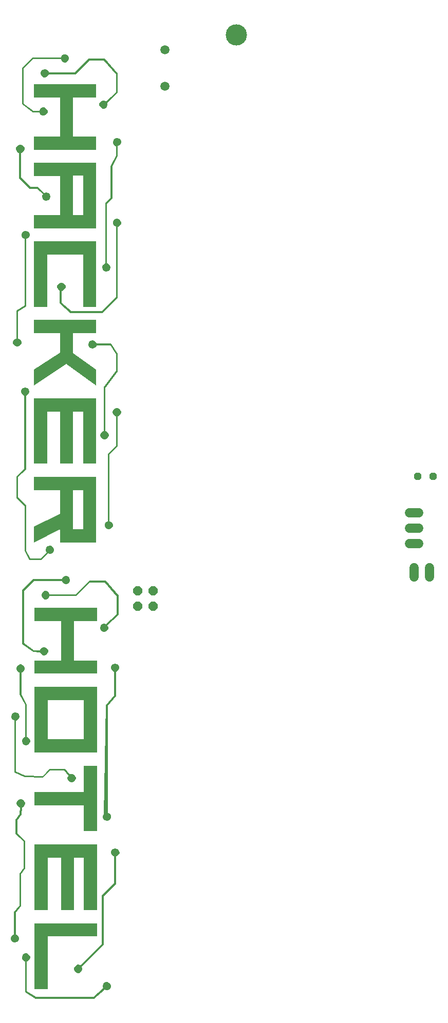
<source format=gbr>
G04 EAGLE Gerber RS-274X export*
G75*
%MOMM*%
%FSLAX34Y34*%
%LPD*%
%INSoldermask Top*%
%IPPOS*%
%AMOC8*
5,1,8,0,0,1.08239X$1,22.5*%
G01*
%ADD10C,3.500000*%
%ADD11C,1.500000*%
%ADD12C,1.524000*%
%ADD13P,1.319650X8X22.500000*%
%ADD14P,1.649562X8X292.500000*%

G36*
X179465Y246153D02*
X179465Y246153D01*
X179465Y246154D01*
X179465Y332896D01*
X201144Y332896D01*
X201144Y246154D01*
X201148Y246149D01*
X201148Y246150D01*
X201149Y246149D01*
X222836Y246149D01*
X222840Y246153D01*
X222840Y246154D01*
X222840Y332896D01*
X239098Y332896D01*
X239098Y246154D01*
X239101Y246149D01*
X239102Y246150D01*
X239102Y246149D01*
X260789Y246149D01*
X260794Y246153D01*
X260793Y246153D01*
X260794Y246154D01*
X260794Y354588D01*
X260790Y354592D01*
X260789Y354592D01*
X157774Y354592D01*
X157769Y354588D01*
X157770Y354588D01*
X157769Y354588D01*
X157769Y246154D01*
X157773Y246149D01*
X157773Y246150D01*
X157774Y246149D01*
X179461Y246149D01*
X179465Y246153D01*
G37*
G36*
X178393Y982456D02*
X178393Y982456D01*
X178392Y982456D01*
X178393Y982456D01*
X178393Y1068463D01*
X199695Y1068463D01*
X199695Y982456D01*
X199698Y982452D01*
X199699Y982452D01*
X221386Y982452D01*
X221391Y982456D01*
X221390Y982456D01*
X221391Y982456D01*
X221391Y1068463D01*
X237648Y1068463D01*
X237648Y982456D01*
X237651Y982452D01*
X237652Y982452D01*
X259340Y982452D01*
X259344Y982456D01*
X259343Y982456D01*
X259344Y982456D01*
X259344Y1090155D01*
X259340Y1090159D01*
X156701Y1090159D01*
X156697Y1090155D01*
X156697Y982456D01*
X156700Y982452D01*
X156701Y982452D01*
X178388Y982452D01*
X178393Y982456D01*
G37*
G36*
X258986Y852688D02*
X258986Y852688D01*
X258986Y852689D01*
X258986Y960769D01*
X258983Y960773D01*
X258982Y960773D01*
X156701Y960773D01*
X156697Y960769D01*
X156697Y939081D01*
X156700Y939077D01*
X156701Y939077D01*
X237648Y939077D01*
X237648Y874380D01*
X221391Y874380D01*
X221391Y938990D01*
X221387Y938994D01*
X221386Y938994D01*
X199699Y938984D01*
X199695Y938981D01*
X199695Y938980D01*
X199695Y900036D01*
X156699Y878350D01*
X156698Y878348D01*
X156697Y878346D01*
X156697Y852689D01*
X156697Y852688D01*
X156697Y852687D01*
X156698Y852687D01*
X156700Y852684D01*
X156701Y852685D01*
X156703Y852685D01*
X199695Y874369D01*
X199695Y852689D01*
X199698Y852684D01*
X199699Y852685D01*
X199699Y852684D01*
X258982Y852684D01*
X258986Y852688D01*
G37*
G36*
X260794Y506046D02*
X260794Y506046D01*
X260793Y506046D01*
X260794Y506046D01*
X260794Y592740D01*
X260790Y592744D01*
X260789Y592744D01*
X239102Y592734D01*
X239098Y592731D01*
X239098Y592730D01*
X239098Y527738D01*
X179465Y527738D01*
X179465Y592792D01*
X260789Y592792D01*
X260794Y592796D01*
X260793Y592796D01*
X260794Y592796D01*
X260794Y614484D01*
X260790Y614488D01*
X260789Y614488D01*
X157774Y614488D01*
X157769Y614484D01*
X157770Y614484D01*
X157769Y614484D01*
X157769Y506046D01*
X157773Y506042D01*
X157774Y506042D01*
X260789Y506042D01*
X260794Y506046D01*
G37*
G36*
X259344Y1370641D02*
X259344Y1370641D01*
X259343Y1370641D01*
X259344Y1370642D01*
X259344Y1478725D01*
X259340Y1478730D01*
X259340Y1478729D01*
X259340Y1478730D01*
X156701Y1478730D01*
X156697Y1478726D01*
X156697Y1478725D01*
X156697Y1457038D01*
X156700Y1457034D01*
X156701Y1457034D01*
X221386Y1457034D01*
X221391Y1457037D01*
X221390Y1457038D01*
X221391Y1457038D01*
X221391Y1457387D01*
X237648Y1457387D01*
X237648Y1392715D01*
X221391Y1392715D01*
X221391Y1456980D01*
X221387Y1456984D01*
X221386Y1456984D01*
X199699Y1456974D01*
X199695Y1456971D01*
X199695Y1456970D01*
X199695Y1392333D01*
X156701Y1392333D01*
X156697Y1392330D01*
X156697Y1392329D01*
X156697Y1370642D01*
X156700Y1370637D01*
X156701Y1370638D01*
X156701Y1370637D01*
X259340Y1370637D01*
X259344Y1370641D01*
G37*
G36*
X178393Y1241255D02*
X178393Y1241255D01*
X178392Y1241256D01*
X178393Y1241256D01*
X178393Y1327644D01*
X237648Y1327644D01*
X237648Y1241256D01*
X237651Y1241252D01*
X237652Y1241252D01*
X259340Y1241252D01*
X259344Y1241255D01*
X259343Y1241256D01*
X259344Y1241256D01*
X259344Y1349336D01*
X259340Y1349340D01*
X156701Y1349340D01*
X156697Y1349336D01*
X156697Y1241256D01*
X156700Y1241252D01*
X156701Y1241252D01*
X178388Y1241252D01*
X178393Y1241255D01*
G37*
G36*
X260794Y636171D02*
X260794Y636171D01*
X260793Y636171D01*
X260794Y636171D01*
X260794Y657859D01*
X260790Y657863D01*
X260789Y657863D01*
X222840Y657863D01*
X222840Y722917D01*
X260789Y722917D01*
X260794Y722921D01*
X260793Y722921D01*
X260794Y722921D01*
X260794Y744609D01*
X260790Y744613D01*
X260789Y744613D01*
X157774Y744613D01*
X157769Y744609D01*
X157770Y744609D01*
X157769Y744609D01*
X157769Y722921D01*
X157773Y722917D01*
X157774Y722917D01*
X201144Y722917D01*
X201144Y657863D01*
X157774Y657863D01*
X157769Y657859D01*
X157770Y657859D01*
X157769Y657859D01*
X157769Y636171D01*
X157773Y636167D01*
X157774Y636167D01*
X260789Y636167D01*
X260794Y636171D01*
G37*
G36*
X259344Y1500412D02*
X259344Y1500412D01*
X259343Y1500413D01*
X259344Y1500413D01*
X259344Y1522100D01*
X259340Y1522105D01*
X259340Y1522104D01*
X259340Y1522105D01*
X221391Y1522105D01*
X221391Y1586801D01*
X259340Y1586801D01*
X259344Y1586805D01*
X259343Y1586805D01*
X259344Y1586805D01*
X259344Y1608493D01*
X259340Y1608497D01*
X156701Y1608497D01*
X156697Y1608493D01*
X156697Y1586805D01*
X156700Y1586801D01*
X156701Y1586801D01*
X199695Y1586801D01*
X199695Y1522105D01*
X156701Y1522105D01*
X156697Y1522101D01*
X156697Y1522100D01*
X156697Y1500413D01*
X156700Y1500409D01*
X156701Y1500409D01*
X259340Y1500409D01*
X259344Y1500412D01*
G37*
G36*
X259340Y1111839D02*
X259340Y1111839D01*
X259343Y1111839D01*
X259342Y1111841D01*
X259344Y1111842D01*
X259344Y1137503D01*
X259342Y1137505D01*
X259342Y1137506D01*
X221391Y1164994D01*
X221391Y1198234D01*
X259340Y1198234D01*
X259344Y1198238D01*
X259343Y1198238D01*
X259344Y1198238D01*
X259344Y1219926D01*
X259340Y1219930D01*
X156701Y1219930D01*
X156697Y1219926D01*
X156697Y1198238D01*
X156700Y1198234D01*
X156701Y1198234D01*
X199695Y1198234D01*
X199695Y1166063D01*
X156698Y1137506D01*
X156698Y1137504D01*
X156697Y1137503D01*
X156697Y1111842D01*
X156697Y1111841D01*
X156697Y1111840D01*
X156699Y1111840D01*
X156700Y1111838D01*
X156702Y1111839D01*
X156703Y1111839D01*
X210185Y1147273D01*
X259337Y1111839D01*
X259338Y1111839D01*
X259339Y1111838D01*
X259340Y1111839D01*
G37*
G36*
X179465Y116027D02*
X179465Y116027D01*
X179465Y202774D01*
X260789Y202774D01*
X260794Y202778D01*
X260793Y202778D01*
X260794Y202779D01*
X260794Y224466D01*
X260790Y224470D01*
X260789Y224470D01*
X157774Y224470D01*
X157769Y224467D01*
X157770Y224466D01*
X157769Y224466D01*
X157770Y224466D01*
X157769Y224466D01*
X157769Y116027D01*
X157773Y116023D01*
X157774Y116023D01*
X179461Y116023D01*
X179465Y116027D01*
G37*
G36*
X260794Y376275D02*
X260794Y376275D01*
X260793Y376275D01*
X260794Y376275D01*
X260794Y484359D01*
X260790Y484363D01*
X260789Y484363D01*
X239102Y484363D01*
X239098Y484359D01*
X239098Y440988D01*
X157774Y440988D01*
X157769Y440984D01*
X157770Y440984D01*
X157769Y440984D01*
X157769Y419296D01*
X157773Y419292D01*
X157774Y419292D01*
X239098Y419292D01*
X239098Y376275D01*
X239101Y376271D01*
X239102Y376271D01*
X260789Y376271D01*
X260794Y376275D01*
G37*
G36*
X278242Y393275D02*
X278242Y393275D01*
X278243Y393274D01*
X281839Y395214D01*
X281839Y395215D01*
X281840Y395216D01*
X283930Y398904D01*
X283930Y398906D01*
X283931Y398906D01*
X283931Y401221D01*
X283930Y401222D01*
X283930Y401223D01*
X282424Y404481D01*
X282423Y404482D01*
X282423Y404483D01*
X279317Y406568D01*
X279315Y406568D01*
X279315Y406569D01*
X278509Y406648D01*
X278509Y583044D01*
X291874Y598928D01*
X291874Y598930D01*
X291875Y598931D01*
X291875Y639423D01*
X292588Y639613D01*
X292588Y639614D01*
X292589Y639613D01*
X295658Y641737D01*
X295658Y641738D01*
X295659Y641739D01*
X297296Y644886D01*
X297296Y644887D01*
X297297Y644888D01*
X297297Y647164D01*
X297296Y647165D01*
X297296Y647166D01*
X295226Y650855D01*
X295224Y650855D01*
X295224Y650856D01*
X291629Y652796D01*
X291627Y652796D01*
X291627Y652797D01*
X289236Y652797D01*
X289235Y652796D01*
X289234Y652796D01*
X285638Y650856D01*
X285637Y650855D01*
X285636Y650855D01*
X283565Y647166D01*
X283565Y647165D01*
X283565Y647164D01*
X283565Y644850D01*
X283565Y644849D01*
X283565Y644848D01*
X285052Y641610D01*
X285054Y641610D01*
X285054Y641609D01*
X288160Y639516D01*
X288161Y639516D01*
X288162Y639515D01*
X288986Y639422D01*
X288986Y600026D01*
X275602Y584117D01*
X275602Y584115D01*
X275601Y584114D01*
X271798Y404345D01*
X270180Y401185D01*
X270180Y401184D01*
X270179Y401184D01*
X270180Y401183D01*
X270179Y401183D01*
X270179Y398941D01*
X270180Y398940D01*
X270180Y398939D01*
X272119Y395344D01*
X272120Y395344D01*
X272121Y395342D01*
X275810Y393274D01*
X275812Y393275D01*
X275812Y393274D01*
X278241Y393274D01*
X278242Y393275D01*
G37*
G36*
X168976Y823413D02*
X168976Y823413D01*
X168978Y823413D01*
X179819Y834608D01*
X180080Y834443D01*
X180081Y834443D01*
X182321Y833516D01*
X182322Y833517D01*
X182323Y833516D01*
X184262Y833516D01*
X184263Y833517D01*
X184264Y833517D01*
X187860Y835474D01*
X187860Y835475D01*
X187861Y835475D01*
X189951Y839168D01*
X189951Y839169D01*
X189951Y839170D01*
X189951Y841599D01*
X189951Y841600D01*
X189951Y841601D01*
X187993Y845196D01*
X187992Y845196D01*
X187992Y845197D01*
X184302Y847269D01*
X184300Y847269D01*
X184299Y847269D01*
X181833Y847269D01*
X181832Y847268D01*
X181831Y847269D01*
X178142Y845326D01*
X178141Y845324D01*
X178140Y845324D01*
X176200Y841639D01*
X176201Y841637D01*
X176200Y841637D01*
X176200Y839416D01*
X176201Y839415D01*
X176200Y839414D01*
X177368Y836701D01*
X177369Y836700D01*
X177369Y836699D01*
X177648Y836421D01*
X167543Y825939D01*
X150547Y826297D01*
X143677Y838945D01*
X143677Y914136D01*
X143676Y914137D01*
X143676Y914139D01*
X130311Y926789D01*
X130311Y960385D01*
X143676Y972678D01*
X143676Y972680D01*
X143677Y972681D01*
X143677Y1094860D01*
X144390Y1095050D01*
X144390Y1095051D01*
X144391Y1095051D01*
X147459Y1097175D01*
X147460Y1097176D01*
X147461Y1097176D01*
X149099Y1100323D01*
X149099Y1100324D01*
X149098Y1100324D01*
X149098Y1100325D01*
X149099Y1100325D01*
X149099Y1102560D01*
X149098Y1102561D01*
X149099Y1102562D01*
X147160Y1106164D01*
X147158Y1106164D01*
X147158Y1106166D01*
X143468Y1108234D01*
X143467Y1108233D01*
X143467Y1108234D01*
X143466Y1108234D01*
X141038Y1108234D01*
X141037Y1108234D01*
X141036Y1108233D01*
X141035Y1108234D01*
X137440Y1106294D01*
X137439Y1106293D01*
X137438Y1106292D01*
X135367Y1102604D01*
X135367Y1102603D01*
X135368Y1102602D01*
X135367Y1102602D01*
X135367Y1100325D01*
X135368Y1100324D01*
X135367Y1100324D01*
X136854Y1097176D01*
X136856Y1097176D01*
X136856Y1097175D01*
X139962Y1095051D01*
X139963Y1095051D01*
X139963Y1095050D01*
X140789Y1094860D01*
X140789Y973780D01*
X127781Y961487D01*
X127781Y961485D01*
X127780Y961484D01*
X127780Y925337D01*
X127781Y925335D01*
X127781Y925334D01*
X141146Y912683D01*
X141146Y838587D01*
X141147Y838586D01*
X141147Y838585D01*
X149091Y823768D01*
X149094Y823767D01*
X149095Y823765D01*
X168975Y823412D01*
X168976Y823413D01*
G37*
G36*
X269827Y1231121D02*
X269827Y1231121D01*
X269829Y1231120D01*
X294416Y1256424D01*
X294416Y1256426D01*
X294417Y1256427D01*
X294417Y1373185D01*
X295223Y1373275D01*
X295223Y1373276D01*
X295224Y1373275D01*
X298519Y1375368D01*
X298519Y1375369D01*
X298520Y1375369D01*
X300196Y1378607D01*
X300196Y1378608D01*
X300196Y1378609D01*
X300196Y1379681D01*
X300271Y1380774D01*
X300271Y1380775D01*
X300271Y1380776D01*
X298426Y1384933D01*
X298425Y1384934D01*
X298425Y1384935D01*
X294866Y1386913D01*
X294865Y1386913D01*
X294864Y1386913D01*
X292473Y1386913D01*
X292472Y1386912D01*
X292471Y1386913D01*
X288895Y1384994D01*
X288894Y1384993D01*
X288893Y1384992D01*
X286822Y1381300D01*
X286822Y1381299D01*
X286822Y1381298D01*
X286822Y1379025D01*
X286822Y1379024D01*
X286822Y1379023D01*
X288252Y1375855D01*
X288253Y1375855D01*
X288254Y1375854D01*
X291134Y1373730D01*
X291135Y1373730D01*
X291136Y1373729D01*
X291867Y1373543D01*
X291867Y1257879D01*
X269109Y1234032D01*
X218508Y1234032D01*
X202603Y1247750D01*
X202603Y1267267D01*
X203502Y1267363D01*
X203503Y1267364D01*
X203504Y1267364D01*
X207025Y1269488D01*
X207025Y1269489D01*
X207027Y1269489D01*
X208739Y1272994D01*
X208739Y1272995D01*
X208740Y1272996D01*
X208740Y1275349D01*
X208739Y1275350D01*
X208739Y1275351D01*
X206800Y1278946D01*
X206799Y1278946D01*
X206799Y1278947D01*
X203109Y1281019D01*
X203108Y1281019D01*
X203107Y1281019D01*
X200641Y1281019D01*
X200640Y1281018D01*
X200639Y1281019D01*
X196948Y1279079D01*
X196948Y1279078D01*
X196947Y1279077D01*
X195008Y1275389D01*
X195008Y1275388D01*
X195008Y1275387D01*
X195007Y1275387D01*
X195007Y1273183D01*
X195008Y1273183D01*
X195008Y1273182D01*
X196212Y1270263D01*
X196214Y1270263D01*
X196214Y1270262D01*
X198699Y1268194D01*
X198700Y1268194D01*
X198700Y1268193D01*
X199337Y1268006D01*
X199337Y1246676D01*
X199339Y1246674D01*
X199339Y1246673D01*
X217054Y1231120D01*
X217056Y1231120D01*
X217057Y1231119D01*
X269826Y1231119D01*
X269827Y1231121D01*
G37*
G36*
X126430Y192664D02*
X126430Y192664D01*
X126431Y192663D01*
X130026Y194603D01*
X130027Y194604D01*
X130028Y194605D01*
X132118Y198293D01*
X132118Y198295D01*
X132118Y200613D01*
X132118Y200614D01*
X132118Y200615D01*
X130612Y203870D01*
X130610Y203870D01*
X130610Y203872D01*
X127504Y205961D01*
X127503Y205960D01*
X127502Y205961D01*
X126696Y206037D01*
X126696Y241821D01*
X135732Y252664D01*
X135732Y252666D01*
X135733Y252667D01*
X135733Y305434D01*
X142604Y315183D01*
X142603Y315185D01*
X142604Y315185D01*
X142604Y315186D01*
X142604Y360747D01*
X142603Y360748D01*
X142603Y360750D01*
X129219Y372665D01*
X129219Y393991D01*
X136447Y403384D01*
X136447Y403385D01*
X136448Y403386D01*
X137182Y415677D01*
X137894Y415864D01*
X137895Y415865D01*
X137896Y415864D01*
X140588Y417992D01*
X140589Y417993D01*
X140590Y417993D01*
X141869Y421158D01*
X141869Y421159D01*
X141870Y421159D01*
X141870Y421160D01*
X141870Y423401D01*
X141869Y423402D01*
X141869Y423403D01*
X139931Y426977D01*
X139929Y426978D01*
X139929Y426979D01*
X136239Y429047D01*
X136238Y429047D01*
X136237Y429048D01*
X133809Y429048D01*
X133808Y429047D01*
X133807Y429047D01*
X130211Y427128D01*
X130210Y427127D01*
X130209Y427127D01*
X128138Y423438D01*
X128138Y423437D01*
X128137Y423436D01*
X128137Y421062D01*
X128138Y421061D01*
X128138Y421060D01*
X129794Y417674D01*
X129796Y417673D01*
X129796Y417672D01*
X133091Y415507D01*
X133092Y415507D01*
X133092Y415506D01*
X133917Y415320D01*
X133202Y404481D01*
X125974Y395089D01*
X125974Y395087D01*
X125973Y395086D01*
X125973Y371212D01*
X125974Y371211D01*
X125974Y371209D01*
X139697Y359294D01*
X139697Y315923D01*
X132826Y306152D01*
X132826Y306151D01*
X132825Y306151D01*
X132826Y306151D01*
X132825Y306150D01*
X132825Y253740D01*
X123789Y242898D01*
X123790Y242896D01*
X123788Y242895D01*
X123788Y206037D01*
X123058Y205867D01*
X123057Y205867D01*
X123056Y205867D01*
X119988Y203740D01*
X119987Y203738D01*
X119986Y203738D01*
X118367Y200577D01*
X118367Y200576D01*
X118367Y200575D01*
X118367Y198333D01*
X118367Y198332D01*
X118367Y198331D01*
X120306Y194736D01*
X120308Y194736D01*
X120308Y194735D01*
X123998Y192663D01*
X123999Y192663D01*
X124000Y192663D01*
X126429Y192663D01*
X126430Y192664D01*
G37*
G36*
X230895Y142418D02*
X230895Y142418D01*
X230896Y142417D01*
X234492Y144356D01*
X234492Y144358D01*
X234493Y144358D01*
X236583Y148067D01*
X236583Y148068D01*
X236583Y148069D01*
X236583Y150196D01*
X236583Y150197D01*
X236583Y150198D01*
X235661Y152645D01*
X235660Y152645D01*
X235660Y152646D01*
X235493Y152907D01*
X271994Y189409D01*
X271994Y189411D01*
X271995Y189412D01*
X271995Y269286D01*
X292251Y289526D01*
X292251Y289528D01*
X292252Y289529D01*
X292252Y335062D01*
X292964Y335252D01*
X292964Y335253D01*
X292965Y335253D01*
X296034Y337380D01*
X296034Y337381D01*
X296035Y337381D01*
X297673Y340543D01*
X297673Y340544D01*
X297674Y340545D01*
X297674Y341582D01*
X297579Y342488D01*
X297578Y342489D01*
X297579Y342490D01*
X295264Y346196D01*
X295262Y346196D01*
X295262Y346197D01*
X291647Y348099D01*
X291646Y348099D01*
X291645Y348099D01*
X289236Y348099D01*
X289235Y348099D01*
X289234Y348099D01*
X285638Y346159D01*
X285637Y346158D01*
X285636Y346158D01*
X283565Y342469D01*
X283565Y342468D01*
X283565Y342467D01*
X283565Y340149D01*
X283565Y340148D01*
X283565Y340147D01*
X285052Y336889D01*
X285054Y336888D01*
X285054Y336887D01*
X288160Y334802D01*
X288161Y334802D01*
X288162Y334801D01*
X288986Y334704D01*
X288986Y290620D01*
X268750Y270384D01*
X268750Y270382D01*
X268749Y270381D01*
X268749Y190486D01*
X233322Y155078D01*
X233042Y155264D01*
X233041Y155263D01*
X233041Y155264D01*
X230538Y156149D01*
X230537Y156149D01*
X230536Y156149D01*
X228503Y156149D01*
X228502Y156149D01*
X228501Y156148D01*
X228501Y156149D01*
X224905Y154229D01*
X224905Y154227D01*
X224903Y154227D01*
X222832Y150537D01*
X222833Y150536D01*
X222832Y150535D01*
X222832Y148107D01*
X222833Y148106D01*
X222832Y148105D01*
X224772Y144509D01*
X224773Y144508D01*
X224774Y144507D01*
X228463Y142417D01*
X228464Y142418D01*
X228465Y142417D01*
X230894Y142417D01*
X230895Y142418D01*
G37*
G36*
X272500Y1568015D02*
X272500Y1568015D01*
X272501Y1568015D01*
X276191Y1569951D01*
X276191Y1569953D01*
X276193Y1569953D01*
X278151Y1573645D01*
X278150Y1573646D01*
X278151Y1573647D01*
X278151Y1575604D01*
X278151Y1575605D01*
X278151Y1575606D01*
X277511Y1577504D01*
X277417Y1577768D01*
X294773Y1593673D01*
X294773Y1593675D01*
X294775Y1593676D01*
X294774Y1593676D01*
X294775Y1593676D01*
X294775Y1625853D01*
X294773Y1625855D01*
X294774Y1625856D01*
X273443Y1650420D01*
X273441Y1650420D01*
X273440Y1650422D01*
X246689Y1650422D01*
X246687Y1650420D01*
X246686Y1650420D01*
X223926Y1628019D01*
X181272Y1628019D01*
X181085Y1628748D01*
X181084Y1628749D01*
X181084Y1628750D01*
X178787Y1631821D01*
X178786Y1631821D01*
X178785Y1631822D01*
X175491Y1633443D01*
X175490Y1633442D01*
X175489Y1633443D01*
X173192Y1633443D01*
X173191Y1633442D01*
X173190Y1633442D01*
X169613Y1631499D01*
X169613Y1631498D01*
X169612Y1631498D01*
X167541Y1627809D01*
X167541Y1627808D01*
X167540Y1627807D01*
X167540Y1625381D01*
X167541Y1625380D01*
X167541Y1625379D01*
X169461Y1621781D01*
X169462Y1621780D01*
X169463Y1621779D01*
X173152Y1619690D01*
X173153Y1619691D01*
X173154Y1619690D01*
X173155Y1619690D01*
X175433Y1619690D01*
X175434Y1619690D01*
X178597Y1621141D01*
X178597Y1621142D01*
X178599Y1621142D01*
X180726Y1624043D01*
X180726Y1624044D01*
X180727Y1624044D01*
X180914Y1624753D01*
X225001Y1624753D01*
X225003Y1624754D01*
X225004Y1624754D01*
X247782Y1647155D01*
X271989Y1647155D01*
X291867Y1624401D01*
X291867Y1594750D01*
X275605Y1579937D01*
X275326Y1580219D01*
X275325Y1580219D01*
X275325Y1580220D01*
X272275Y1581743D01*
X272274Y1581743D01*
X272273Y1581743D01*
X270071Y1581743D01*
X270070Y1581743D01*
X270069Y1581743D01*
X266473Y1579807D01*
X266472Y1579805D01*
X266471Y1579805D01*
X264400Y1576113D01*
X264401Y1576112D01*
X264400Y1576111D01*
X264400Y1573682D01*
X264401Y1573681D01*
X264400Y1573680D01*
X266339Y1570085D01*
X266341Y1570084D01*
X266341Y1570083D01*
X270031Y1568015D01*
X270032Y1568015D01*
X270033Y1568015D01*
X272499Y1568015D01*
X272500Y1568015D01*
G37*
G36*
X277207Y1299441D02*
X277207Y1299441D01*
X277208Y1299441D01*
X280898Y1301398D01*
X280898Y1301399D01*
X280899Y1301399D01*
X282838Y1305091D01*
X282838Y1305092D01*
X282838Y1305093D01*
X282838Y1307408D01*
X282838Y1307409D01*
X282838Y1307410D01*
X281163Y1310668D01*
X281162Y1310669D01*
X281161Y1310670D01*
X277867Y1312741D01*
X277866Y1312741D01*
X277865Y1312742D01*
X277059Y1312815D01*
X277059Y1410781D01*
X286095Y1420173D01*
X286095Y1420175D01*
X286096Y1420176D01*
X286096Y1472589D01*
X294774Y1489921D01*
X294774Y1489922D01*
X294775Y1489923D01*
X294775Y1506568D01*
X295580Y1506658D01*
X295581Y1506659D01*
X295582Y1506659D01*
X298877Y1508730D01*
X298877Y1508732D01*
X298878Y1508732D01*
X300553Y1511990D01*
X300553Y1511992D01*
X300554Y1511992D01*
X300554Y1514269D01*
X300553Y1514270D01*
X300553Y1514271D01*
X298615Y1517865D01*
X298613Y1517866D01*
X298613Y1517867D01*
X294904Y1519939D01*
X294903Y1519939D01*
X294902Y1519939D01*
X292436Y1519939D01*
X292435Y1519939D01*
X292434Y1519938D01*
X292434Y1519939D01*
X288744Y1517832D01*
X288744Y1517831D01*
X288742Y1517831D01*
X286822Y1513989D01*
X286822Y1513988D01*
X286822Y1513987D01*
X286822Y1511670D01*
X286822Y1511669D01*
X286822Y1511668D01*
X288252Y1508507D01*
X288253Y1508506D01*
X288254Y1508505D01*
X291134Y1506378D01*
X291135Y1506378D01*
X291136Y1506377D01*
X291867Y1506187D01*
X291867Y1490663D01*
X283208Y1473304D01*
X283208Y1473302D01*
X283207Y1473302D01*
X283207Y1421250D01*
X274172Y1411858D01*
X274172Y1411856D01*
X274171Y1411855D01*
X274171Y1312814D01*
X273439Y1312645D01*
X273439Y1312644D01*
X273438Y1312644D01*
X270539Y1310538D01*
X270539Y1310537D01*
X270538Y1310536D01*
X269107Y1307375D01*
X269107Y1307374D01*
X269106Y1307373D01*
X269106Y1305132D01*
X269107Y1305131D01*
X269107Y1305130D01*
X271046Y1301535D01*
X271047Y1301534D01*
X271047Y1301533D01*
X274738Y1299441D01*
X274739Y1299441D01*
X274740Y1299440D01*
X277206Y1299440D01*
X277207Y1299441D01*
G37*
G36*
X174511Y666176D02*
X174511Y666176D01*
X174512Y666176D01*
X178108Y668112D01*
X178108Y668114D01*
X178110Y668114D01*
X180200Y671806D01*
X180199Y671807D01*
X180200Y671808D01*
X180200Y674234D01*
X180199Y674235D01*
X180200Y674236D01*
X178241Y677834D01*
X178240Y677834D01*
X178240Y677836D01*
X174550Y679904D01*
X174548Y679903D01*
X174548Y679904D01*
X172232Y679904D01*
X172231Y679903D01*
X172230Y679904D01*
X168973Y678422D01*
X168972Y678421D01*
X168971Y678421D01*
X166882Y675312D01*
X166882Y675310D01*
X166881Y675310D01*
X166806Y674484D01*
X156702Y674484D01*
X140439Y686062D01*
X140439Y772808D01*
X156703Y789072D01*
X202953Y789072D01*
X203121Y788357D01*
X203122Y788357D01*
X203122Y788356D01*
X205250Y785285D01*
X205251Y785285D01*
X205251Y785284D01*
X208414Y783649D01*
X208415Y783650D01*
X208416Y783649D01*
X210656Y783649D01*
X210657Y783650D01*
X210658Y783649D01*
X214254Y785589D01*
X214254Y785590D01*
X214256Y785591D01*
X216345Y789283D01*
X216345Y789284D01*
X216346Y789285D01*
X216346Y791707D01*
X216345Y791708D01*
X216345Y791709D01*
X214387Y795311D01*
X214386Y795311D01*
X214385Y795313D01*
X210696Y797377D01*
X210695Y797377D01*
X210694Y797377D01*
X210694Y797378D01*
X208378Y797378D01*
X208377Y797377D01*
X208376Y797377D01*
X205119Y795896D01*
X205118Y795894D01*
X205117Y795894D01*
X203028Y792785D01*
X203028Y792784D01*
X203027Y792783D01*
X202952Y791958D01*
X155251Y791958D01*
X155249Y791956D01*
X155248Y791956D01*
X137533Y774239D01*
X137533Y774237D01*
X137532Y774236D01*
X137532Y684966D01*
X137533Y684964D01*
X137533Y684963D01*
X155606Y671954D01*
X155608Y671954D01*
X155609Y671953D01*
X166807Y671599D01*
X166975Y670884D01*
X166976Y670883D01*
X169104Y667812D01*
X169105Y667811D01*
X169105Y667810D01*
X172268Y666176D01*
X172269Y666176D01*
X172270Y666175D01*
X174510Y666175D01*
X174511Y666176D01*
G37*
G36*
X256103Y100116D02*
X256103Y100116D01*
X256105Y100116D01*
X273083Y115306D01*
X273344Y115139D01*
X273344Y115138D01*
X276112Y113858D01*
X276113Y113859D01*
X276114Y113858D01*
X278241Y113858D01*
X278242Y113859D01*
X278243Y113858D01*
X281839Y115817D01*
X281839Y115818D01*
X281840Y115818D01*
X283930Y119508D01*
X283930Y119509D01*
X283931Y119510D01*
X283931Y120734D01*
X283837Y121638D01*
X283836Y121639D01*
X281671Y125536D01*
X281670Y125537D01*
X281670Y125538D01*
X277942Y127609D01*
X277941Y127609D01*
X277940Y127609D01*
X275492Y127609D01*
X275491Y127608D01*
X275490Y127609D01*
X271895Y125670D01*
X271894Y125668D01*
X271893Y125668D01*
X269822Y121978D01*
X269822Y121977D01*
X269822Y121976D01*
X269822Y119924D01*
X269822Y119923D01*
X269822Y119922D01*
X270726Y117757D01*
X270912Y117477D01*
X254651Y103023D01*
X160317Y103023D01*
X145127Y112415D01*
X145127Y161563D01*
X145839Y161751D01*
X145840Y161752D01*
X145841Y161752D01*
X148909Y163879D01*
X148910Y163880D01*
X148911Y163881D01*
X150548Y167044D01*
X150548Y167045D01*
X150549Y167046D01*
X150549Y169286D01*
X150548Y169287D01*
X150548Y169288D01*
X148609Y172883D01*
X148608Y172884D01*
X148608Y172885D01*
X144899Y174956D01*
X144897Y174956D01*
X142430Y174956D01*
X142429Y174956D01*
X142428Y174956D01*
X138739Y173017D01*
X138738Y173015D01*
X138737Y173015D01*
X136817Y169325D01*
X136817Y169324D01*
X136817Y169323D01*
X136817Y167008D01*
X136817Y167007D01*
X136817Y167006D01*
X138304Y163749D01*
X138305Y163749D01*
X138306Y163748D01*
X141412Y161658D01*
X141413Y161658D01*
X141414Y161657D01*
X142238Y161563D01*
X142238Y110963D01*
X142240Y110961D01*
X142240Y110959D01*
X159579Y100115D01*
X159580Y100116D01*
X159581Y100115D01*
X256102Y100115D01*
X256103Y100116D01*
G37*
G36*
X273592Y704843D02*
X273592Y704843D01*
X273593Y704842D01*
X277283Y706799D01*
X277283Y706801D01*
X277285Y706801D01*
X279224Y710493D01*
X279224Y710494D01*
X279223Y710494D01*
X279224Y710495D01*
X279224Y712716D01*
X279223Y712717D01*
X279224Y712718D01*
X278057Y715428D01*
X278056Y715428D01*
X278056Y715429D01*
X277796Y715689D01*
X296223Y732665D01*
X296223Y732667D01*
X296224Y732668D01*
X296224Y764842D01*
X296223Y764844D01*
X296223Y764845D01*
X274893Y789437D01*
X274891Y789437D01*
X274890Y789438D01*
X248138Y789438D01*
X248137Y789437D01*
X248135Y789437D01*
X225376Y767012D01*
X182364Y767012D01*
X182176Y767748D01*
X182175Y767748D01*
X182175Y767749D01*
X180048Y770816D01*
X180047Y770817D01*
X180047Y770818D01*
X176884Y772435D01*
X176883Y772435D01*
X176882Y772435D01*
X174642Y772435D01*
X174641Y772434D01*
X174640Y772435D01*
X171044Y770516D01*
X171043Y770515D01*
X171042Y770514D01*
X168971Y766822D01*
X168971Y766821D01*
X168971Y766820D01*
X168971Y764391D01*
X168971Y764390D01*
X168971Y764389D01*
X170910Y760794D01*
X170912Y760794D01*
X170912Y760793D01*
X174602Y758704D01*
X174603Y758704D01*
X174604Y758703D01*
X176920Y758703D01*
X176921Y758704D01*
X176922Y758703D01*
X180178Y760209D01*
X180179Y760211D01*
X180180Y760211D01*
X182270Y763320D01*
X182270Y763321D01*
X182271Y763322D01*
X182364Y764127D01*
X226451Y764127D01*
X226452Y764128D01*
X226454Y764128D01*
X249232Y786525D01*
X273438Y786525D01*
X293316Y763772D01*
X293316Y733767D01*
X275605Y717503D01*
X275325Y717688D01*
X275324Y717688D01*
X275324Y717689D01*
X273103Y718595D01*
X273102Y718594D01*
X273102Y718595D01*
X271163Y718595D01*
X271162Y718595D01*
X271161Y718594D01*
X271160Y718594D01*
X267565Y716655D01*
X267564Y716653D01*
X267563Y716653D01*
X265492Y712964D01*
X265493Y712963D01*
X265492Y712962D01*
X265492Y710495D01*
X265493Y710494D01*
X265492Y710493D01*
X267431Y706801D01*
X267432Y706800D01*
X267433Y706799D01*
X271123Y704842D01*
X271124Y704842D01*
X271125Y704842D01*
X273591Y704842D01*
X273592Y704843D01*
G37*
G36*
X220051Y456887D02*
X220051Y456887D01*
X220052Y456886D01*
X223648Y458826D01*
X223648Y458827D01*
X223649Y458828D01*
X225739Y462537D01*
X225739Y462538D01*
X225739Y462539D01*
X225740Y462539D01*
X225740Y464968D01*
X225739Y464969D01*
X225739Y464970D01*
X223781Y468548D01*
X223780Y468548D01*
X223779Y468550D01*
X220090Y470614D01*
X220088Y470614D01*
X220088Y470615D01*
X218035Y470615D01*
X218035Y470614D01*
X218034Y470614D01*
X215775Y469733D01*
X215774Y469732D01*
X215773Y469732D01*
X215607Y469548D01*
X208024Y479295D01*
X208021Y479295D01*
X208021Y479296D01*
X208020Y479297D01*
X182003Y478939D01*
X182001Y478938D01*
X182000Y478938D01*
X171515Y467381D01*
X142601Y467738D01*
X127412Y474968D01*
X127412Y558808D01*
X128124Y558998D01*
X128125Y558999D01*
X128125Y558998D01*
X131194Y561125D01*
X131194Y561127D01*
X131195Y561127D01*
X132833Y564292D01*
X132833Y564293D01*
X132833Y564294D01*
X132833Y566532D01*
X132833Y566533D01*
X132833Y566534D01*
X130894Y570132D01*
X130893Y570133D01*
X130892Y570134D01*
X127203Y572205D01*
X127202Y572205D01*
X127201Y572205D01*
X127201Y572206D01*
X124772Y572206D01*
X124771Y572205D01*
X124770Y572205D01*
X121174Y570262D01*
X121174Y570261D01*
X121173Y570261D01*
X119102Y566575D01*
X119102Y566574D01*
X119101Y566573D01*
X119101Y565328D01*
X119007Y564610D01*
X119008Y564609D01*
X119007Y564608D01*
X120269Y561318D01*
X120270Y561317D01*
X120270Y561316D01*
X123339Y559262D01*
X123340Y559262D01*
X123341Y559261D01*
X124165Y559165D01*
X124165Y473515D01*
X124167Y473513D01*
X124168Y473511D01*
X141148Y465187D01*
X141150Y465187D01*
X141150Y465186D01*
X172232Y464829D01*
X172234Y464830D01*
X172235Y464830D01*
X183078Y476412D01*
X206569Y476765D01*
X213437Y467734D01*
X213250Y467473D01*
X213250Y467472D01*
X211989Y464706D01*
X211989Y464705D01*
X211988Y464705D01*
X211988Y462574D01*
X211989Y462573D01*
X211989Y462572D01*
X213928Y458977D01*
X213929Y458976D01*
X213930Y458975D01*
X217619Y456886D01*
X217621Y456887D01*
X217622Y456886D01*
X220050Y456886D01*
X220051Y456887D01*
G37*
G36*
X281142Y874015D02*
X281142Y874015D01*
X281143Y874015D01*
X284738Y875951D01*
X284739Y875953D01*
X284740Y875953D01*
X286830Y879645D01*
X286829Y879646D01*
X286830Y879647D01*
X286830Y881924D01*
X286829Y881924D01*
X286830Y881925D01*
X285324Y885086D01*
X285322Y885087D01*
X285322Y885088D01*
X282216Y887219D01*
X282214Y887219D01*
X281408Y887385D01*
X281408Y997983D01*
X294773Y1010633D01*
X294773Y1010635D01*
X294775Y1010636D01*
X294775Y1060879D01*
X295487Y1061069D01*
X295488Y1061069D01*
X298557Y1063193D01*
X298557Y1063194D01*
X298558Y1063194D01*
X300196Y1066359D01*
X300196Y1066360D01*
X300196Y1066361D01*
X300196Y1068637D01*
X300196Y1068638D01*
X300196Y1068639D01*
X298106Y1072331D01*
X298104Y1072332D01*
X298104Y1072333D01*
X294509Y1074252D01*
X294507Y1074252D01*
X292116Y1074252D01*
X292115Y1074252D01*
X292114Y1074252D01*
X288518Y1072333D01*
X288517Y1072332D01*
X288516Y1072331D01*
X286445Y1068639D01*
X286445Y1068638D01*
X286445Y1068637D01*
X286445Y1066361D01*
X286445Y1066360D01*
X286445Y1066359D01*
X287932Y1063195D01*
X287934Y1063194D01*
X287934Y1063193D01*
X291059Y1061069D01*
X291060Y1061069D01*
X291061Y1061068D01*
X291867Y1060878D01*
X291867Y1011731D01*
X278502Y999081D01*
X278502Y999079D01*
X278500Y999078D01*
X278500Y887385D01*
X277769Y887219D01*
X277769Y887218D01*
X277768Y887219D01*
X274699Y885088D01*
X274699Y885087D01*
X274698Y885087D01*
X273079Y881925D01*
X273079Y881924D01*
X273079Y879682D01*
X273079Y879681D01*
X273079Y879680D01*
X275018Y876085D01*
X275019Y876084D01*
X275019Y876083D01*
X278710Y874015D01*
X278711Y874015D01*
X278712Y874015D01*
X281141Y874015D01*
X281142Y874015D01*
G37*
G36*
X274270Y1022570D02*
X274270Y1022570D01*
X274271Y1022569D01*
X277867Y1024505D01*
X277867Y1024507D01*
X277868Y1024507D01*
X279958Y1028220D01*
X279958Y1028221D01*
X279958Y1028222D01*
X279958Y1030495D01*
X279958Y1030496D01*
X279958Y1030497D01*
X278452Y1033644D01*
X278451Y1033645D01*
X278451Y1033646D01*
X275345Y1035773D01*
X275343Y1035773D01*
X275343Y1035774D01*
X274536Y1035939D01*
X274536Y1107514D01*
X294774Y1134624D01*
X294774Y1134625D01*
X294775Y1134626D01*
X294775Y1163899D01*
X294774Y1163900D01*
X294774Y1163901D01*
X283930Y1180523D01*
X283928Y1180523D01*
X283927Y1180525D01*
X259720Y1180525D01*
X259532Y1181261D01*
X259531Y1181261D01*
X259532Y1181262D01*
X257404Y1184326D01*
X257403Y1184326D01*
X257403Y1184327D01*
X254240Y1185948D01*
X254238Y1185947D01*
X254238Y1185948D01*
X251998Y1185948D01*
X251997Y1185947D01*
X251996Y1185948D01*
X248400Y1184008D01*
X248399Y1184007D01*
X248398Y1184006D01*
X246327Y1180314D01*
X246327Y1180313D01*
X246327Y1180312D01*
X246327Y1177883D01*
X246328Y1177882D01*
X246327Y1177881D01*
X248266Y1174286D01*
X248268Y1174286D01*
X248268Y1174285D01*
X251958Y1172216D01*
X251959Y1172217D01*
X251960Y1172216D01*
X254238Y1172216D01*
X254239Y1172217D01*
X254239Y1172216D01*
X257403Y1173722D01*
X257403Y1173724D01*
X257404Y1173724D01*
X259532Y1176833D01*
X259531Y1176834D01*
X259532Y1176834D01*
X259720Y1177640D01*
X282475Y1177640D01*
X291867Y1163183D01*
X291867Y1135696D01*
X271630Y1108590D01*
X271630Y1108588D01*
X271629Y1108587D01*
X271629Y1035939D01*
X270898Y1035774D01*
X270898Y1035773D01*
X270897Y1035773D01*
X267828Y1033646D01*
X267828Y1033645D01*
X267827Y1033644D01*
X266207Y1030497D01*
X266208Y1030496D01*
X266207Y1030496D01*
X266207Y1030495D01*
X266207Y1028257D01*
X266208Y1028256D01*
X266207Y1028255D01*
X268147Y1024656D01*
X268148Y1024656D01*
X268149Y1024655D01*
X271838Y1022569D01*
X271839Y1022570D01*
X271840Y1022569D01*
X274269Y1022569D01*
X274270Y1022570D01*
G37*
G36*
X130402Y1175451D02*
X130402Y1175451D01*
X130403Y1175450D01*
X133999Y1177414D01*
X133999Y1177416D01*
X134000Y1177416D01*
X136090Y1181101D01*
X136090Y1181102D01*
X136090Y1181103D01*
X136090Y1183383D01*
X136090Y1183384D01*
X136090Y1183385D01*
X134584Y1186546D01*
X134583Y1186547D01*
X134583Y1186548D01*
X131476Y1188678D01*
X131475Y1188678D01*
X131475Y1188679D01*
X130669Y1188848D01*
X130669Y1233668D01*
X144052Y1241964D01*
X144053Y1241966D01*
X144054Y1241967D01*
X144054Y1353305D01*
X144859Y1353395D01*
X144860Y1353396D01*
X144861Y1353396D01*
X148156Y1355488D01*
X148156Y1355489D01*
X148157Y1355490D01*
X149833Y1358727D01*
X149833Y1358729D01*
X149833Y1361006D01*
X149832Y1361007D01*
X149833Y1361008D01*
X147875Y1364606D01*
X147873Y1364606D01*
X147873Y1364608D01*
X144183Y1366676D01*
X144182Y1366675D01*
X144181Y1366676D01*
X141715Y1366676D01*
X141714Y1366675D01*
X141713Y1366676D01*
X138024Y1364740D01*
X138023Y1364738D01*
X138022Y1364738D01*
X136082Y1361046D01*
X136083Y1361044D01*
X136082Y1361044D01*
X136082Y1358767D01*
X136083Y1358767D01*
X136082Y1358766D01*
X137513Y1355618D01*
X137514Y1355618D01*
X137514Y1355617D01*
X140414Y1353493D01*
X140415Y1353493D01*
X140415Y1353492D01*
X141146Y1353306D01*
X141146Y1243423D01*
X127782Y1235100D01*
X127781Y1235098D01*
X127780Y1235097D01*
X127780Y1188848D01*
X127049Y1188679D01*
X127048Y1188678D01*
X127047Y1188678D01*
X123979Y1186548D01*
X123978Y1186547D01*
X123977Y1186546D01*
X122359Y1183385D01*
X122359Y1183384D01*
X122358Y1183383D01*
X122358Y1181103D01*
X122359Y1181102D01*
X122359Y1181101D01*
X124279Y1177416D01*
X124280Y1177416D01*
X124280Y1177414D01*
X127970Y1175450D01*
X127972Y1175451D01*
X127972Y1175450D01*
X130401Y1175450D01*
X130402Y1175451D01*
G37*
G36*
X173419Y1556433D02*
X173419Y1556433D01*
X173420Y1556432D01*
X177016Y1558389D01*
X177016Y1558391D01*
X177018Y1558391D01*
X179107Y1562083D01*
X179107Y1562084D01*
X179108Y1562085D01*
X179108Y1564514D01*
X179107Y1564515D01*
X179107Y1564516D01*
X177150Y1568111D01*
X177148Y1568112D01*
X177148Y1568113D01*
X173458Y1570188D01*
X173456Y1570188D01*
X171178Y1570188D01*
X171177Y1570188D01*
X171176Y1570188D01*
X168013Y1568696D01*
X168013Y1568695D01*
X168012Y1568694D01*
X165903Y1565592D01*
X165903Y1565591D01*
X165902Y1565591D01*
X165734Y1564765D01*
X155610Y1564765D01*
X139347Y1576321D01*
X139347Y1633794D01*
X155253Y1649698D01*
X201145Y1649698D01*
X201314Y1648983D01*
X201315Y1648983D01*
X201315Y1648982D01*
X203442Y1645918D01*
X203443Y1645918D01*
X203444Y1645917D01*
X206606Y1644279D01*
X206607Y1644279D01*
X206608Y1644278D01*
X208849Y1644278D01*
X208850Y1644279D01*
X208851Y1644279D01*
X212447Y1646215D01*
X212447Y1646216D01*
X212448Y1646217D01*
X214538Y1649926D01*
X214538Y1649927D01*
X214538Y1649928D01*
X214538Y1652357D01*
X214538Y1652358D01*
X214538Y1652359D01*
X212580Y1655937D01*
X212578Y1655937D01*
X212578Y1655938D01*
X208888Y1658007D01*
X208887Y1658006D01*
X208887Y1658007D01*
X208886Y1658007D01*
X206608Y1658007D01*
X206607Y1658007D01*
X206607Y1658006D01*
X206606Y1658007D01*
X203444Y1656522D01*
X203443Y1656520D01*
X203442Y1656520D01*
X201315Y1653411D01*
X201315Y1653410D01*
X201314Y1653409D01*
X201145Y1652583D01*
X154517Y1652583D01*
X154515Y1652582D01*
X154514Y1652582D01*
X136818Y1634892D01*
X136818Y1634890D01*
X136817Y1634889D01*
X136817Y1575247D01*
X136818Y1575245D01*
X136818Y1575243D01*
X154891Y1562214D01*
X154893Y1562214D01*
X154894Y1562213D01*
X165733Y1562213D01*
X165733Y1561860D01*
X165734Y1561859D01*
X165733Y1561859D01*
X165902Y1561144D01*
X165903Y1561143D01*
X165903Y1561142D01*
X168012Y1558075D01*
X168013Y1558074D01*
X168013Y1558073D01*
X171176Y1556432D01*
X171177Y1556432D01*
X171178Y1556432D01*
X173418Y1556432D01*
X173419Y1556433D01*
G37*
G36*
X144897Y517980D02*
X144897Y517980D01*
X144898Y517979D01*
X148608Y519915D01*
X148608Y519917D01*
X148609Y519917D01*
X150548Y523609D01*
X150548Y523611D01*
X150549Y523611D01*
X150549Y525926D01*
X150548Y525927D01*
X149042Y529186D01*
X149041Y529186D01*
X149041Y529188D01*
X145935Y531273D01*
X145933Y531273D01*
X145933Y531274D01*
X145127Y531350D01*
X145127Y584853D01*
X145126Y584854D01*
X145127Y584855D01*
X136090Y601833D01*
X136090Y637972D01*
X136803Y638162D01*
X136803Y638163D01*
X136804Y638163D01*
X139873Y640287D01*
X139873Y640288D01*
X139874Y640288D01*
X141512Y643453D01*
X141512Y643454D01*
X141512Y643455D01*
X141512Y645696D01*
X141511Y645697D01*
X141512Y645698D01*
X139573Y649276D01*
X139571Y649276D01*
X139571Y649278D01*
X135862Y651346D01*
X135861Y651345D01*
X135860Y651346D01*
X133432Y651346D01*
X133431Y651345D01*
X133430Y651346D01*
X129853Y649427D01*
X129853Y649425D01*
X129851Y649425D01*
X127780Y645733D01*
X127781Y645732D01*
X127780Y645731D01*
X127780Y643417D01*
X127781Y643416D01*
X127780Y643415D01*
X129268Y640160D01*
X129269Y640159D01*
X129269Y640158D01*
X132375Y638069D01*
X132376Y638069D01*
X132377Y638068D01*
X133202Y637972D01*
X133202Y601475D01*
X133203Y601474D01*
X133202Y601473D01*
X142238Y584852D01*
X142238Y531707D01*
X141413Y531537D01*
X141412Y531537D01*
X141411Y531537D01*
X138305Y529243D01*
X138305Y529242D01*
X138304Y529241D01*
X136817Y525945D01*
X136817Y525944D01*
X136817Y525943D01*
X136817Y523646D01*
X136817Y523645D01*
X136817Y523644D01*
X138737Y520049D01*
X138738Y520048D01*
X138739Y520047D01*
X142428Y517979D01*
X142430Y517979D01*
X144897Y517979D01*
X144897Y517980D01*
G37*
G36*
X178163Y1416203D02*
X178163Y1416203D01*
X178164Y1416203D01*
X181854Y1418139D01*
X181855Y1418140D01*
X181856Y1418141D01*
X183814Y1421833D01*
X183814Y1421834D01*
X183814Y1421835D01*
X183814Y1424298D01*
X183813Y1424299D01*
X183814Y1424300D01*
X181856Y1427992D01*
X181854Y1427993D01*
X181854Y1427994D01*
X178164Y1429930D01*
X178163Y1429930D01*
X178162Y1429931D01*
X176110Y1429931D01*
X176110Y1429930D01*
X176109Y1429931D01*
X173944Y1429310D01*
X173944Y1429309D01*
X173944Y1429310D01*
X173683Y1429220D01*
X163199Y1439323D01*
X163197Y1439323D01*
X163196Y1439324D01*
X150546Y1439324D01*
X135375Y1455232D01*
X135375Y1495343D01*
X136181Y1495439D01*
X136182Y1495440D01*
X136183Y1495440D01*
X139477Y1497529D01*
X139477Y1497530D01*
X139478Y1497531D01*
X141154Y1500786D01*
X141154Y1500787D01*
X141155Y1500788D01*
X141155Y1503067D01*
X141154Y1503068D01*
X141154Y1503069D01*
X139197Y1506664D01*
X139195Y1506665D01*
X139195Y1506666D01*
X135505Y1508738D01*
X135504Y1508737D01*
X135503Y1508737D01*
X135503Y1508738D01*
X133074Y1508738D01*
X133073Y1508737D01*
X133072Y1508738D01*
X129476Y1506798D01*
X129476Y1506796D01*
X129475Y1506796D01*
X127404Y1503108D01*
X127404Y1503107D01*
X127404Y1503106D01*
X127403Y1503106D01*
X127403Y1500808D01*
X127404Y1500808D01*
X127403Y1500807D01*
X128665Y1497625D01*
X128666Y1497624D01*
X128666Y1497623D01*
X131377Y1495270D01*
X131378Y1495270D01*
X132110Y1494986D01*
X132110Y1453780D01*
X132111Y1453778D01*
X132111Y1453777D01*
X149092Y1436083D01*
X149094Y1436083D01*
X149095Y1436082D01*
X161744Y1436082D01*
X171511Y1427049D01*
X171325Y1426789D01*
X171325Y1426788D01*
X171324Y1426788D01*
X170063Y1424002D01*
X170064Y1424001D01*
X170063Y1424000D01*
X170063Y1421869D01*
X170064Y1421868D01*
X170063Y1421867D01*
X172002Y1418272D01*
X172004Y1418272D01*
X172004Y1418271D01*
X175694Y1416203D01*
X175695Y1416203D01*
X175696Y1416202D01*
X178162Y1416202D01*
X178163Y1416203D01*
G37*
D10*
X490000Y1690000D03*
D11*
X372720Y1605060D03*
X372720Y1665060D03*
D12*
X775390Y901270D02*
X790630Y901270D01*
X790630Y875870D02*
X775390Y875870D01*
X775390Y850470D02*
X790630Y850470D01*
D13*
X789520Y962010D03*
X814920Y962010D03*
D12*
X783040Y810970D02*
X783040Y795730D01*
X808440Y795730D02*
X808440Y810970D01*
D14*
X327300Y772700D03*
X352700Y772700D03*
X327300Y747300D03*
X352700Y747300D03*
M02*

</source>
